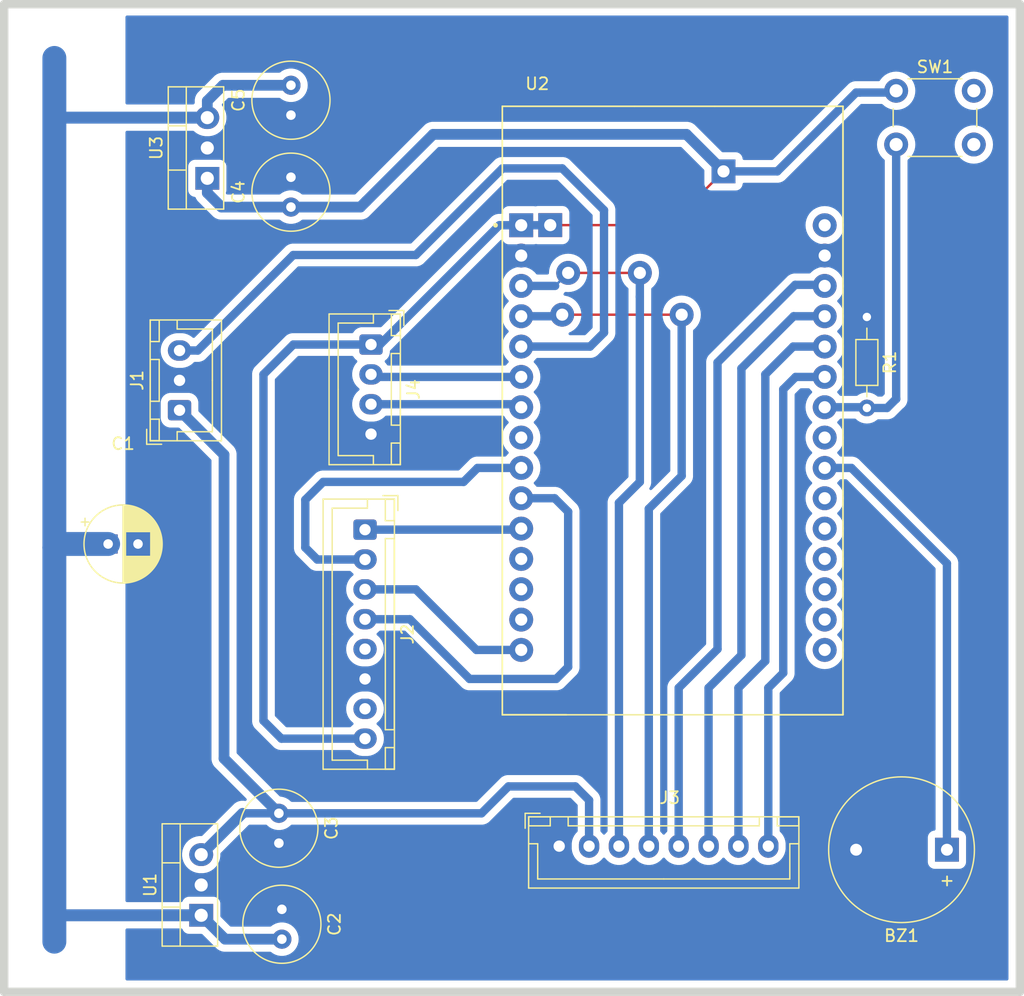
<source format=kicad_pcb>
(kicad_pcb (version 20240108) (generator "pcbnew") (generator_version "8.0")
  (layers (0 "F.Cu" signal) (31 "B.Cu" signal) (34 "B.Paste" user) (35 "F.Paste" user) (36 "B.SilkS" user "B.Silkscreen") (37 "F.SilkS" user "F.Silkscreen") (38 "B.Mask" user) (39 "F.Mask" user) (44 "Edge.Cuts" user))
  (net 0 "")
  (net 1 "Net-(BZ1-+)")
  (net 3 "Net-(J2-SDA)")
  (net 4 "Net-(J2-MOSI)")
  (net 5 "Net-(J1-IN)")
  (net 6 "Net-(J2-SCK)")
  (net 9 "Net-(J2-MISO)")
  (net 12 "Net-(J3-D4)")
  (net 15 "Net-(J3-D5)")
  (net 17 "Net-(J3-D6)")
  (net 18 "Net-(J3-E)")
  (net 19 "Net-(J3-RS)")
  (net 23 "Net-(J3-D7)")
  (net 24 "Net-(U2-D26)")
  (net 27 "+12V")
  (net 28 "+5V")
  (net 29 "GND")
  (net 30 "Net-(J4-TX)")
  (net 31 "Net-(J4-RX)")
  (net 32 "+3.3V")
  (footprint "Capacitor_THT:C_Radial_D6.3mm_H7.0mm_P2.50mm" (layer "F.Cu") (at 92.79 100.25 -90)
    (property "Reference" "C3" (at 1.25 -4.4 90) (layer "F.SilkS"))
    (property "Value" "C")
    (fp_circle (center 1.25 0) (end 4.52 0) (stroke (width 0.12)) (fill none) (layer "F.SilkS"))
    (pad "1" thru_hole circle (at 0 0 270) (size 1.6 1.6) (drill 0.8) (layers "*.Cu" "*.Mask") (net 28 "+5V"))
    (pad "2" thru_hole circle (at 2.5 0 270) (size 1.6 1.6) (drill 0.8) (layers "*.Cu" "*.Mask") (net 29 "GND"))
  )
  (footprint "" (layer "F.Cu") (at 130 46.5)
    (property "Reference" "" (at 0 0 0) (layer "F.SilkS") (effects (font (size 1.27 1.27))))
    (property "Value" "")
    (pad "1" thru_hole rect (at 0 0) (size 2 2) (drill 1.02) (layers "*.Cu" "*.Mask") (net 32 "+3.3V"))
  )
  (footprint "Package_TO_SOT_THT:TO-220-3_Vertical" (layer "F.Cu") (at 86.8 47.08 90)
    (property "Reference" "U3" (at 2.54 -4.27 -90) (layer "F.SilkS"))
    (property "Value" "LD1117S33TR_SOT223")
    (fp_line (start 7.66 -3.27) (end 7.66 1.371) (stroke (width 0.12)) (layer "F.SilkS"))
    (fp_line (start 4.391 -3.27) (end 4.391 -1.76) (stroke (width 0.12)) (layer "F.SilkS"))
    (fp_line (start 0.69 -3.27) (end 0.69 -1.76) (stroke (width 0.12)) (layer "F.SilkS"))
    (fp_line (start -2.58 -3.27) (end 7.66 -3.27) (stroke (width 0.12)) (layer "F.SilkS"))
    (fp_line (start -2.58 -3.27) (end -2.58 1.371) (stroke (width 0.12)) (layer "F.SilkS"))
    (fp_line (start -2.58 -1.76) (end 7.66 -1.76) (stroke (width 0.12)) (layer "F.SilkS"))
    (fp_line (start -2.58 1.371) (end 7.66 1.371) (stroke (width 0.12)) (layer "F.SilkS"))
    (pad "1" thru_hole rect (at 0 0 90) (size 1.905 2) (drill 1.1) (layers "*.Cu" "*.Mask") (net 32 "+3.3V"))
    (pad "2" thru_hole oval (at 2.54 0 90) (size 1.905 2) (drill 1.1) (layers "*.Cu" "*.Mask") (net 29 "GND"))
    (pad "3" thru_hole oval (at 5.08 0 90) (size 1.905 2) (drill 1.1) (layers "*.Cu" "*.Mask") (net 27 "+12V"))
  )
  (footprint "Capacitor_THT:CP_Radial_D6.3mm_P2.50mm" (layer "F.Cu") (at 78.5 77.7)
    (property "Reference" "C1" (at 1.25 -8.4 360) (layer "F.SilkS"))
    (property "Value" "100uF")
    (fp_line (start -2.250241 -1.839) (end -1.620241 -1.839) (stroke (width 0.12)) (layer "F.SilkS"))
    (fp_line (start -1.935241 -2.154) (end -1.935241 -1.524) (stroke (width 0.12)) (layer "F.SilkS"))
    (fp_line (start 1.25 -3.23) (end 1.25 3.23) (stroke (width 0.12)) (layer "F.SilkS"))
    (fp_line (start 1.29 -3.23) (end 1.29 3.23) (stroke (width 0.12)) (layer "F.SilkS"))
    (fp_line (start 1.33 -3.23) (end 1.33 3.23) (stroke (width 0.12)) (layer "F.SilkS"))
    (fp_line (start 1.37 -3.228) (end 1.37 3.228) (stroke (width 0.12)) (layer "F.SilkS"))
    (fp_line (start 1.41 -3.227) (end 1.41 3.227) (stroke (width 0.12)) (layer "F.SilkS"))
    (fp_line (start 1.45 -3.224) (end 1.45 3.224) (stroke (width 0.12)) (layer "F.SilkS"))
    (fp_line (start 1.49 -3.222) (end 1.49 -1.04) (stroke (width 0.12)) (layer "F.SilkS"))
    (fp_line (start 1.49 1.04) (end 1.49 3.222) (stroke (width 0.12)) (layer "F.SilkS"))
    (fp_line (start 1.53 -3.218) (end 1.53 -1.04) (stroke (width 0.12)) (layer "F.SilkS"))
    (fp_line (start 1.53 1.04) (end 1.53 3.218) (stroke (width 0.12)) (layer "F.SilkS"))
    (fp_line (start 1.57 -3.215) (end 1.57 -1.04) (stroke (width 0.12)) (layer "F.SilkS"))
    (fp_line (start 1.57 1.04) (end 1.57 3.215) (stroke (width 0.12)) (layer "F.SilkS"))
    (fp_line (start 1.61 -3.211) (end 1.61 -1.04) (stroke (width 0.12)) (layer "F.SilkS"))
    (fp_line (start 1.61 1.04) (end 1.61 3.211) (stroke (width 0.12)) (layer "F.SilkS"))
    (fp_line (start 1.65 -3.206) (end 1.65 -1.04) (stroke (width 0.12)) (layer "F.SilkS"))
    (fp_line (start 1.65 1.04) (end 1.65 3.206) (stroke (width 0.12)) (layer "F.SilkS"))
    (fp_line (start 1.69 -3.201) (end 1.69 -1.04) (stroke (width 0.12)) (layer "F.SilkS"))
    (fp_line (start 1.69 1.04) (end 1.69 3.201) (stroke (width 0.12)) (layer "F.SilkS"))
    (fp_line (start 1.73 -3.195) (end 1.73 -1.04) (stroke (width 0.12)) (layer "F.SilkS"))
    (fp_line (start 1.73 1.04) (end 1.73 3.195) (stroke (width 0.12)) (layer "F.SilkS"))
    (fp_line (start 1.77 -3.189) (end 1.77 -1.04) (stroke (width 0.12)) (layer "F.SilkS"))
    (fp_line (start 1.77 1.04) (end 1.77 3.189) (stroke (width 0.12)) (layer "F.SilkS"))
    (fp_line (start 1.81 -3.182) (end 1.81 -1.04) (stroke (width 0.12)) (layer "F.SilkS"))
    (fp_line (start 1.81 1.04) (end 1.81 3.182) (stroke (width 0.12)) (layer "F.SilkS"))
    (fp_line (start 1.85 -3.175) (end 1.85 -1.04) (stroke (width 0.12)) (layer "F.SilkS"))
    (fp_line (start 1.85 1.04) (end 1.85 3.175) (stroke (width 0.12)) (layer "F.SilkS"))
    (fp_line (start 1.89 -3.167) (end 1.89 -1.04) (stroke (width 0.12)) (layer "F.SilkS"))
    (fp_line (start 1.89 1.04) (end 1.89 3.167) (stroke (width 0.12)) (layer "F.SilkS"))
    (fp_line (start 1.93 -3.159) (end 1.93 -1.04) (stroke (width 0.12)) (layer "F.SilkS"))
    (fp_line (start 1.93 1.04) (end 1.93 3.159) (stroke (width 0.12)) (layer "F.SilkS"))
    (fp_line (start 1.971 -3.15) (end 1.971 -1.04) (stroke (width 0.12)) (layer "F.SilkS"))
    (fp_line (start 1.971 1.04) (end 1.971 3.15) (stroke (width 0.12)) (layer "F.SilkS"))
    (fp_line (start 2.011 -3.141) (end 2.011 -1.04) (stroke (width 0.12)) (layer "F.SilkS"))
    (fp_line (start 2.011 1.04) (end 2.011 3.141) (stroke (width 0.12)) (layer "F.SilkS"))
    (fp_line (start 2.051 -3.131) (end 2.051 -1.04) (stroke (width 0.12)) (layer "F.SilkS"))
    (fp_line (start 2.051 1.04) (end 2.051 3.131) (stroke (width 0.12)) (layer "F.SilkS"))
    (fp_line (start 2.091 -3.121) (end 2.091 -1.04) (stroke (width 0.12)) (layer "F.SilkS"))
    (fp_line (start 2.091 1.04) (end 2.091 3.121) (stroke (width 0.12)) (layer "F.SilkS"))
    (fp_line (start 2.131 -3.11) (end 2.131 -1.04) (stroke (width 0.12)) (layer "F.SilkS"))
    (fp_line (start 2.131 1.04) (end 2.131 3.11) (stroke (width 0.12)) (layer "F.SilkS"))
    (fp_line (start 2.171 -3.098) (end 2.171 -1.04) (stroke (width 0.12)) (layer "F.SilkS"))
    (fp_line (start 2.171 1.04) (end 2.171 3.098) (stroke (width 0.12)) (layer "F.SilkS"))
    (fp_line (start 2.211 -3.086) (end 2.211 -1.04) (stroke (width 0.12)) (layer "F.SilkS"))
    (fp_line (start 2.211 1.04) (end 2.211 3.086) (stroke (width 0.12)) (layer "F.SilkS"))
    (fp_line (start 2.251 -3.074) (end 2.251 -1.04) (stroke (width 0.12)) (layer "F.SilkS"))
    (fp_line (start 2.251 1.04) (end 2.251 3.074) (stroke (width 0.12)) (layer "F.SilkS"))
    (fp_line (start 2.291 -3.061) (end 2.291 -1.04) (stroke (width 0.12)) (layer "F.SilkS"))
    (fp_line (start 2.291 1.04) (end 2.291 3.061) (stroke (width 0.12)) (layer "F.SilkS"))
    (fp_line (start 2.331 -3.047) (end 2.331 -1.04) (stroke (width 0.12)) (layer "F.SilkS"))
    (fp_line (start 2.331 1.04) (end 2.331 3.047) (stroke (width 0.12)) (layer "F.SilkS"))
    (fp_line (start 2.371 -3.033) (end 2.371 -1.04) (stroke (width 0.12)) (layer "F.SilkS"))
    (fp_line (start 2.371 1.04) (end 2.371 3.033) (stroke (width 0.12)) (layer "F.SilkS"))
    (fp_line (start 2.411 -3.018) (end 2.411 -1.04) (stroke (width 0.12)) (layer "F.SilkS"))
    (fp_line (start 2.411 1.04) (end 2.411 3.018) (stroke (width 0.12)) (layer "F.SilkS"))
    (fp_line (start 2.451 -3.002) (end 2.451 -1.04) (stroke (width 0.12)) (layer "F.SilkS"))
    (fp_line (start 2.451 1.04) (end 2.451 3.002) (stroke (width 0.12)) (layer "F.SilkS"))
    (fp_line (start 2.491 -2.986) (end 2.491 -1.04) (stroke (width 0.12)) (layer "F.SilkS"))
    (fp_line (start 2.491 1.04) (end 2.491 2.986) (stroke (width 0.12)) (layer "F.SilkS"))
    (fp_line (start 2.531 -2.97) (end 2.531 -1.04) (stroke (width 0.12)) (layer "F.SilkS"))
    (fp_line (start 2.531 1.04) (end 2.531 2.97) (stroke (width 0.12)) (layer "F.SilkS"))
    (fp_line (start 2.571 -2.952) (end 2.571 -1.04) (stroke (width 0.12)) (layer "F.SilkS"))
    (fp_line (start 2.571 1.04) (end 2.571 2.952) (stroke (width 0.12)) (layer "F.SilkS"))
    (fp_line (start 2.611 -2.934) (end 2.611 -1.04) (stroke (width 0.12)) (layer "F.SilkS"))
    (fp_line (start 2.611 1.04) (end 2.611 2.934) (stroke (width 0.12)) (layer "F.SilkS"))
    (fp_line (start 2.651 -2.916) (end 2.651 -1.04) (stroke (width 0.12)) (layer "F.SilkS"))
    (fp_line (start 2.651 1.04) (end 2.651 2.916) (stroke (width 0.12)) (layer "F.SilkS"))
    (fp_line (start 2.691 -2.896) (end 2.691 -1.04) (stroke (width 0.12)) (layer "F.SilkS"))
    (fp_line (start 2.691 1.04) (end 2.691 2.896) (stroke (width 0.12)) (layer "F.SilkS"))
    (fp_line (start 2.731 -2.876) (end 2.731 -1.04) (stroke (width 0.12)) (layer "F.SilkS"))
    (fp_line (start 2.731 1.04) (end 2.731 2.876) (stroke (width 0.12)) (layer "F.SilkS"))
    (fp_line (start 2.771 -2.856) (end 2.771 -1.04) (stroke (width 0.12)) (layer "F.SilkS"))
    (fp_line (start 2.771 1.04) (end 2.771 2.856) (stroke (width 0.12)) (layer "F.SilkS"))
    (fp_line (start 2.811 -2.834) (end 2.811 -1.04) (stroke (width 0.12)) (layer "F.SilkS"))
    (fp_line (start 2.811 1.04) (end 2.811 2.834) (stroke (width 0.12)) (layer "F.SilkS"))
    (fp_line (start 2.851 -2.812) (end 2.851 -1.04) (stroke (width 0.12)) (layer "F.SilkS"))
    (fp_line (start 2.851 1.04) (end 2.851 2.812) (stroke (width 0.12)) (layer "F.SilkS"))
    (fp_line (start 2.891 -2.79) (end 2.891 -1.04) (stroke (width 0.12)) (layer "F.SilkS"))
    (fp_line (start 2.891 1.04) (end 2.891 2.79) (stroke (width 0.12)) (layer "F.SilkS"))
    (fp_line (start 2.931 -2.766) (end 2.931 -1.04) (stroke (width 0.12)) (layer "F.SilkS"))
    (fp_line (start 2.931 1.04) (end 2.931 2.766) (stroke (width 0.12)) (layer "F.SilkS"))
    (fp_line (start 2.971 -2.742) (end 2.971 -1.04) (stroke (width 0.12)) (layer "F.SilkS"))
    (fp_line (start 2.971 1.04) (end 2.971 2.742) (stroke (width 0.12)) (layer "F.SilkS"))
    (fp_line (start 3.011 -2.716) (end 3.011 -1.04) (stroke (width 0.12)) (layer "F.SilkS"))
    (fp_line (start 3.011 1.04) (end 3.011 2.716) (stroke (width 0.12)) (layer "F.SilkS"))
    (fp_line (start 3.051 -2.69) (end 3.051 -1.04) (stroke (width 0.12)) (layer "F.SilkS"))
    (fp_line (start 3.051 1.04) (end 3.051 2.69) (stroke (width 0.12)) (layer "F.SilkS"))
    (fp_line (start 3.091 -2.664) (end 3.091 -1.04) (stroke (width 0.12)) (layer "F.SilkS"))
    (fp_line (start 3.091 1.04) (end 3.091 2.664) (stroke (width 0.12)) (layer "F.SilkS"))
    (fp_line (start 3.131 -2.636) (end 3.131 -1.04) (stroke (width 0.12)) (layer "F.SilkS"))
    (fp_line (start 3.131 1.04) (end 3.131 2.636) (stroke (width 0.12)) (layer "F.SilkS"))
    (fp_line (start 3.171 -2.607) (end 3.171 -1.04) (stroke (width 0.12)) (layer "F.SilkS"))
    (fp_line (start 3.171 1.04) (end 3.171 2.607) (stroke (width 0.12)) (layer "F.SilkS"))
    (fp_line (start 3.211 -2.578) (end 3.211 -1.04) (stroke (width 0.12)) (layer "F.SilkS"))
    (fp_line (start 3.211 1.04) (end 3.211 2.578) (stroke (width 0.12)) (layer "F.SilkS"))
    (fp_line (start 3.251 -2.548) (end 3.251 -1.04) (stroke (width 0.12)) (layer "F.SilkS"))
    (fp_line (start 3.251 1.04) (end 3.251 2.548) (stroke (width 0.12)) (layer "F.SilkS"))
    (fp_line (start 3.291 -2.516) (end 3.291 -1.04) (stroke (width 0.12)) (layer "F.SilkS"))
    (fp_line (start 3.291 1.04) (end 3.291 2.516) (stroke (width 0.12)) (layer "F.SilkS"))
    (fp_line (start 3.331 -2.484) (end 3.331 -1.04) (stroke (width 0.12)) (layer "F.SilkS"))
    (fp_line (start 3.331 1.04) (end 3.331 2.484) (stroke (width 0.12)) (layer "F.SilkS"))
    (fp_line (start 3.371 -2.45) (end 3.371 -1.04) (stroke (width 0.12)) (layer "F.SilkS"))
    (fp_line (start 3.371 1.04) (end 3.371 2.45) (stroke (width 0.12)) (layer "F.SilkS"))
    (fp_line (start 3.411 -2.416) (end 3.411 -1.04) (stroke (width 0.12)) (layer "F.SilkS"))
    (fp_line (start 3.411 1.04) (end 3.411 2.416) (stroke (width 0.12)) (layer "F.SilkS"))
    (fp_line (start 3.451 -2.38) (end 3.451 -1.04) (stroke (width 0.12)) (layer "F.SilkS"))
    (fp_line (start 3.451 1.04) (end 3.451 2.38) (stroke (width 0.12)) (layer "F.SilkS"))
    (fp_line (start 3.491 -2.343) (end 3.491 -1.04) (stroke (width 0.12)) (layer "F.SilkS"))
    (fp_line (start 3.491 1.04) (end 3.491 2.343) (stroke (width 0.12)) (layer "F.SilkS"))
    (fp_line (start 3.531 -2.305) (end 3.531 -1.04) (stroke (width 0.12)) (layer "F.SilkS"))
    (fp_line (start 3.531 1.04) (end 3.531 2.305) (stroke (width 0.12)) (layer "F.SilkS"))
    (fp_line (start 3.571 -2.265) (end 3.571 2.265) (stroke (width 0.12)) (layer "F.SilkS"))
    (fp_line (start 3.611 -2.224) (end 3.611 2.224) (stroke (width 0.12)) (layer "F.SilkS"))
    (fp_line (start 3.651 -2.182) (end 3.651 2.182) (stroke (width 0.12)) (layer "F.SilkS"))
    (fp_line (start 3.691 -2.137) (end 3.691 2.137) (stroke (width 0.12)) (layer "F.SilkS"))
    (fp_line (start 3.731 -2.092) (end 3.731 2.092) (stroke (width 0.12)) (layer "F.SilkS"))
    (fp_line (start 3.771 -2.044) (end 3.771 2.044) (stroke (width 0.12)) (layer "F.SilkS"))
    (fp_line (start 3.811 -1.995) (end 3.811 1.995) (stroke (width 0.12)) (layer "F.SilkS"))
    (fp_line (start 3.851 -1.944) (end 3.851 1.944) (stroke (width 0.12)) (layer "F.SilkS"))
    (fp_line (start 3.891 -1.89) (end 3.891 1.89) (stroke (width 0.12)) (layer "F.SilkS"))
    (fp_line (start 3.931 -1.834) (end 3.931 1.834) (stroke (width 0.12)) (layer "F.SilkS"))
    (fp_line (start 3.971 -1.776) (end 3.971 1.776) (stroke (width 0.12)) (layer "F.SilkS"))
    (fp_line (start 4.011 -1.714) (end 4.011 1.714) (stroke (width 0.12)) (layer "F.SilkS"))
    (fp_line (start 4.051 -1.65) (end 4.051 1.65) (stroke (width 0.12)) (layer "F.SilkS"))
    (fp_line (start 4.091 -1.581) (end 4.091 1.581) (stroke (width 0.12)) (layer "F.SilkS"))
    (fp_line (start 4.131 -1.509) (end 4.131 1.509) (stroke (width 0.12)) (layer "F.SilkS"))
    (fp_line (start 4.171 -1.432) (end 4.171 1.432) (stroke (width 0.12)) (layer "F.SilkS"))
    (fp_line (start 4.211 -1.35) (end 4.211 1.35) (stroke (width 0.12)) (layer "F.SilkS"))
    (fp_line (start 4.251 -1.262) (end 4.251 1.262) (stroke (width 0.12)) (layer "F.SilkS"))
    (fp_line (start 4.291 -1.165) (end 4.291 1.165) (stroke (width 0.12)) (layer "F.SilkS"))
    (fp_line (start 4.331 -1.059) (end 4.331 1.059) (stroke (width 0.12)) (layer "F.SilkS"))
    (fp_line (start 4.371 -0.94) (end 4.371 0.94) (stroke (width 0.12)) (layer "F.SilkS"))
    (fp_line (start 4.411 -0.802) (end 4.411 0.802) (stroke (width 0.12)) (layer "F.SilkS"))
    (fp_line (start 4.451 -0.633) (end 4.451 0.633) (stroke (width 0.12)) (layer "F.SilkS"))
    (fp_line (start 4.491 -0.402) (end 4.491 0.402) (stroke (width 0.12)) (layer "F.SilkS"))
    (fp_circle (center 1.25 0) (end 4.52 0) (stroke (width 0.12)) (fill none) (layer "F.SilkS"))
    (pad "1" thru_hole rect (at 0 0) (size 1.6 1.6) (drill 0.8) (layers "*.Cu" "*.Mask") (net 27 "+12V"))
    (pad "2" thru_hole circle (at 2.5 0) (size 1.6 1.6) (drill 0.8) (layers "*.Cu" "*.Mask") (net 29 "GND"))
  )
  (footprint "" (layer "F.Cu") (at 126.5 58.5)
    (property "Reference" "" (at 0 0 0) (layer "F.SilkS") (effects (font (size 1.27 1.27))))
    (property "Value" "")
    (pad "4" thru_hole circle (at 0 0) (size 2 2) (drill 1.02) (layers "*.Cu" "*.Mask") (net 18 "Net-(J3-E)"))
  )
  (footprint "Buzzer_Beeper:Buzzer_12x9.5RM7.6" (layer "F.Cu") (at 148.7 103.3 180)
    (property "Reference" "BZ1" (at 3.8 -7.2 180) (layer "F.SilkS"))
    (property "Value" "Buzzer" (hide yes))
    (fp_circle (center 3.8 0) (end 9.9 0) (stroke (width 0.12)) (fill none) (layer "F.SilkS"))
    (fp_text user "+" (at -0.01 -2.54 180) (layer "F.SilkS"))
    (pad "1" thru_hole rect (at 0 0 180) (size 2 2) (drill 1) (layers "*.Cu" "*.Mask") (net 1 "Net-(BZ1-+)"))
    (pad "2" thru_hole circle (at 7.6 0 180) (size 2 2) (drill 1) (layers "*.Cu" "*.Mask") (net 29 "GND"))
  )
  (footprint "Capacitor_THT:C_Radial_D6.3mm_H7.0mm_P2.50mm" (layer "F.Cu") (at 93.04 108.29 -90)
    (property "Reference" "C2" (at 1.25 -4.4 90) (layer "F.SilkS"))
    (property "Value" "C")
    (fp_circle (center 1.25 0) (end 4.52 0) (stroke (width 0.12)) (fill none) (layer "F.SilkS"))
    (pad "1" thru_hole circle (at 0 0 270) (size 1.6 1.6) (drill 0.8) (layers "*.Cu" "*.Mask") (net 29 "GND"))
    (pad "2" thru_hole circle (at 2.5 0 270) (size 1.6 1.6) (drill 0.8) (layers "*.Cu" "*.Mask") (net 27 "+12V"))
  )
  (footprint "Capacitor_THT:C_Radial_D6.3mm_H7.0mm_P2.50mm" (layer "F.Cu") (at 93.8 49.49 90)
    (property "Reference" "C4" (at 1.25 -4.4 270) (layer "F.SilkS"))
    (property "Value" "C")
    (fp_circle (center 1.25 0) (end 4.52 0) (stroke (width 0.12)) (fill none) (layer "F.SilkS"))
    (pad "1" thru_hole circle (at 0 0 90) (size 1.6 1.6) (drill 0.8) (layers "*.Cu" "*.Mask") (net 32 "+3.3V"))
    (pad "2" thru_hole circle (at 2.5 0 90) (size 1.6 1.6) (drill 0.8) (layers "*.Cu" "*.Mask") (net 29 "GND"))
  )
  (footprint "Capacitor_THT:C_Radial_D6.3mm_H7.0mm_P2.50mm" (layer "F.Cu") (at 93.8 41.79 90)
    (property "Reference" "C5" (at 1.25 -4.4 270) (layer "F.SilkS"))
    (property "Value" "C")
    (fp_circle (center 1.25 0) (end 4.52 0) (stroke (width 0.12)) (fill none) (layer "F.SilkS"))
    (pad "1" thru_hole circle (at 0 0 90) (size 1.6 1.6) (drill 0.8) (layers "*.Cu" "*.Mask") (net 29 "GND"))
    (pad "2" thru_hole circle (at 2.5 0 90) (size 1.6 1.6) (drill 0.8) (layers "*.Cu" "*.Mask") (net 27 "+12V"))
  )
  (footprint "" (layer "F.Cu") (at 116.5 58.5)
    (property "Reference" "" (at 0 0 0) (layer "F.SilkS") (effects (font (size 1.27 1.27))))
    (property "Value" "")
    (pad "4" thru_hole circle (at 0 0) (size 2 2) (drill 1.02) (layers "*.Cu" "*.Mask") (net 18 "Net-(J3-E)"))
  )
  (footprint "ESP32-DEVKIT-V1:MODULE_ESP32_DEVKIT_V1" (layer "F.Cu") (at 125.77 66.525)
    (property "Reference" "U2" (at -11.355 -27.36 0) (layer "F.SilkS"))
    (property "Value" "ESP32-DEVKIT-V1")
    (fp_line (start -14.28 -25.475) (end -3.211 -25.475) (stroke (width 0.127)) (layer "F.SilkS"))
    (fp_line (start -14.28 -25.475) (end 14.23 -25.475) (stroke (width 0.127)) (layer "F.SilkS"))
    (fp_line (start -14.28 25.475) (end -14.28 -25.475) (stroke (width 0.127)) (layer "F.SilkS"))
    (fp_line (start -14.28 25.475) (end -14.28 -25.475) (stroke (width 0.127)) (layer "F.SilkS"))
    (fp_line (start -14.28 25.475) (end -8.91 25.475) (stroke (width 0.127)) (layer "F.SilkS"))
    (fp_line (start -3.211 -25.475) (end 3.5 -25.475) (stroke (width 0.127)) (layer "F.SilkS"))
    (fp_line (start 3.5 -25.475) (end 14.23 -25.475) (stroke (width 0.127)) (layer "F.SilkS"))
    (fp_line (start 8.78 25.475) (end 14.23 25.475) (stroke (width 0.127)) (layer "F.SilkS"))
    (fp_line (start 14.23 -25.475) (end 14.23 25.475) (stroke (width 0.127)) (layer "F.SilkS"))
    (fp_line (start 14.23 -25.475) (end 14.23 25.475) (stroke (width 0.127)) (layer "F.SilkS"))
    (fp_line (start 14.23 25.475) (end -14.28 25.475) (stroke (width 0.127)) (layer "F.SilkS"))
    (fp_circle (center -14.85 -15.515) (end -14.75 -15.515) (stroke (width 0.2)) (fill none) (layer "F.SilkS"))
    (pad "1" thru_hole rect (at -12.7 -15.515) (size 2 2) (drill 1.02) (layers "*.Cu" "*.Mask") (net 32 "+3.3V"))
    (pad "2" thru_hole circle (at -12.7 -12.975) (size 2 2) (drill 1.02) (layers "*.Cu" "*.Mask") (net 29 "GND"))
    (pad "3" thru_hole circle (at -12.7 -10.435) (size 2 2) (drill 1.02) (layers "*.Cu" "*.Mask") (net 19 "Net-(J3-RS)"))
    (pad "4" thru_hole circle (at -12.7 -7.895) (size 2 2) (drill 1.02) (layers "*.Cu" "*.Mask") (net 18 "Net-(J3-E)"))
    (pad "5" thru_hole circle (at -12.7 -5.355) (size 2 2) (drill 1.02) (layers "*.Cu" "*.Mask") (net 5 "Net-(J1-IN)"))
    (pad "6" thru_hole circle (at -12.7 -2.815) (size 2 2) (drill 1.02) (layers "*.Cu" "*.Mask") (net 30 "Net-(J4-TX)"))
    (pad "7" thru_hole circle (at -12.7 -0.275) (size 2 2) (drill 1.02) (layers "*.Cu" "*.Mask") (net 31 "Net-(J4-RX)"))
    (pad "8" thru_hole circle (at -12.7 2.265) (size 2 2) (drill 1.02) (layers "*.Cu" "*.Mask"))
    (pad "9" thru_hole circle (at -12.7 4.805) (size 2 2) (drill 1.02) (layers "*.Cu" "*.Mask") (net 6 "Net-(J2-SCK)"))
    (pad "10" thru_hole circle (at -12.7 7.345) (size 2 2) (drill 1.02) (layers "*.Cu" "*.Mask") (net 9 "Net-(J2-MISO)"))
    (pad "11" thru_hole circle (at -12.7 9.885) (size 2 2) (drill 1.02) (layers "*.Cu" "*.Mask") (net 3 "Net-(J2-SDA)"))
    (pad "12" thru_hole circle (at -12.7 12.425) (size 2 2) (drill 1.02) (layers "*.Cu" "*.Mask"))
    (pad "13" thru_hole circle (at -12.7 14.965) (size 2 2) (drill 1.02) (layers "*.Cu" "*.Mask"))
    (pad "14" thru_hole circle (at -12.7 17.505) (size 2 2) (drill 1.02) (layers "*.Cu" "*.Mask"))
    (pad "15" thru_hole circle (at -12.7 20.045) (size 2 2) (drill 1.02) (layers "*.Cu" "*.Mask") (net 4 "Net-(J2-MOSI)"))
    (pad "16" thru_hole circle (at 12.7 20.045) (size 2 2) (drill 1.02) (layers "*.Cu" "*.Mask"))
    (pad "17" thru_hole circle (at 12.7 17.505) (size 2 2) (drill 1.02) (layers "*.Cu" "*.Mask"))
    (pad "18" thru_hole circle (at 12.7 14.965) (size 2 2) (drill 1.02) (layers "*.Cu" "*.Mask"))
    (pad "19" thru_hole circle (at 12.7 12.425) (size 2 2) (drill 1.02) (layers "*.Cu" "*.Mask"))
    (pad "20" thru_hole circle (at 12.7 9.885) (size 2 2) (drill 1.02) (layers "*.Cu" "*.Mask"))
    (pad "21" thru_hole circle (at 12.7 7.345) (size 2 2) (drill 1.02) (layers "*.Cu" "*.Mask"))
    (pad "22" thru_hole circle (at 12.7 4.805) (size 2 2) (drill 1.02) (layers "*.Cu" "*.Mask") (net 1 "Net-(BZ1-+)"))
    (pad "23" thru_hole circle (at 12.7 2.265) (size 2 2) (drill 1.02) (layers "*.Cu" "*.Mask"))
    (pad "24" thru_hole circle (at 12.7 -0.275) (size 2 2) (drill 1.02) (layers "*.Cu" "*.Mask") (net 24 "Net-(U2-D26)"))
    (pad "25" thru_hole circle (at 12.7 -2.815) (size 2 2) (drill 1.02) (layers "*.Cu" "*.Mask") (net 23 "Net-(J3-D7)"))
    (pad "26" thru_hole circle (at 12.7 -5.355) (size 2 2) (drill 1.02) (layers "*.Cu" "*.Mask") (net 17 "Net-(J3-D6)"))
    (pad "27" thru_hole circle (at 12.7 -7.895) (size 2 2) (drill 1.02) (layers "*.Cu" "*.Mask") (net 15 "Net-(J3-D5)"))
    (pad "28" thru_hole circle (at 12.7 -10.435) (size 2 2) (drill 1.02) (layers "*.Cu" "*.Mask") (net 12 "Net-(J3-D4)"))
    (pad "29" thru_hole circle (at 12.7 -12.975) (size 2 2) (drill 1.02) (layers "*.Cu" "*.Mask") (net 29 "GND"))
    (pad "30" thru_hole circle (at 12.7 -15.515) (size 2 2) (drill 1.02) (layers "*.Cu" "*.Mask") (net 28 "+5V"))
  )
  (footprint "Connector_JST:JST_XH_B4B-XH-A_1x04_P2.50mm_Vertical" (layer "F.Cu") (at 100.5 61 -90)
    (property "Reference" "J4" (at 3.75 -3.55 90) (layer "F.SilkS"))
    (property "Value" "DY50")
    (fp_line (start -2.56 3.51) (end 10.06 3.51) (stroke (width 0.12)) (layer "F.SilkS"))
    (fp_line (start 10.06 3.51) (end 10.06 -2.46) (stroke (width 0.12)) (layer "F.SilkS"))
    (fp_line (start -1.8 2.75) (end 3.75 2.75) (stroke (width 0.12)) (layer "F.SilkS"))
    (fp_line (start 9.3 2.75) (end 3.75 2.75) (stroke (width 0.12)) (layer "F.SilkS"))
    (fp_line (start -2.55 -0.2) (end -1.8 -0.2) (stroke (width 0.12)) (layer "F.SilkS"))
    (fp_line (start -1.8 -0.2) (end -1.8 2.75) (stroke (width 0.12)) (layer "F.SilkS"))
    (fp_line (start 9.3 -0.2) (end 9.3 2.75) (stroke (width 0.12)) (layer "F.SilkS"))
    (fp_line (start 10.05 -0.2) (end 9.3 -0.2) (stroke (width 0.12)) (layer "F.SilkS"))
    (fp_line (start -2.55 -1.7) (end -0.75 -1.7) (stroke (width 0.12)) (layer "F.SilkS"))
    (fp_line (start -0.75 -1.7) (end -0.75 -2.45) (stroke (width 0.12)) (layer "F.SilkS"))
    (fp_line (start 0.75 -1.7) (end 6.75 -1.7) (stroke (width 0.12)) (layer "F.SilkS"))
    (fp_line (start 6.75 -1.7) (end 6.75 -2.45) (stroke (width 0.12)) (layer "F.SilkS"))
    (fp_line (start 8.25 -1.7) (end 10.05 -1.7) (stroke (width 0.12)) (layer "F.SilkS"))
    (fp_line (start 10.05 -1.7) (end 10.05 -2.45) (stroke (width 0.12)) (layer "F.SilkS"))
    (fp_line (start -2.55 -2.45) (end -2.55 -1.7) (stroke (width 0.12)) (layer "F.SilkS"))
    (fp_line (start -0.75 -2.45) (end -2.55 -2.45) (stroke (width 0.12)) (layer "F.SilkS"))
    (fp_line (start 0.75 -2.45) (end 0.75 -1.7) (stroke (width 0.12)) (layer "F.SilkS"))
    (fp_line (start 6.75 -2.45) (end 0.75 -2.45) (stroke (width 0.12)) (layer "F.SilkS"))
    (fp_line (start 8.25 -2.45) (end 8.25 -1.7) (stroke (width 0.12)) (layer "F.SilkS"))
    (fp_line (start 10.05 -2.45) (end 8.25 -2.45) (stroke (width 0.12)) (layer "F.SilkS"))
    (fp_line (start -2.56 -2.46) (end -2.56 3.51) (stroke (width 0.12)) (layer "F.SilkS"))
    (fp_line (start 10.06 -2.46) (end -2.56 -2.46) (stroke (width 0.12)) (layer "F.SilkS"))
    (fp_line (start -2.85 -2.75) (end -2.85 -1.5) (stroke (width 0.12)) (layer "F.SilkS"))
    (fp_line (start -1.6 -2.75) (end -2.85 -2.75) (stroke (width 0.12)) (layer "F.SilkS"))
    (pad "1" thru_hole roundrect (at 0 0 270) (size 1.7 1.95) (drill 0.95) (layers "*.Cu" "*.Mask") (roundrect_rratio 0.147059) (net 32 "+3.3V"))
    (pad "2" thru_hole oval (at 2.5 0 270) (size 1.7 1.95) (drill 0.95) (layers "*.Cu" "*.Mask") (net 30 "Net-(J4-TX)"))
    (pad "3" thru_hole oval (at 5 0 270) (size 1.7 1.95) (drill 0.95) (layers "*.Cu" "*.Mask") (net 31 "Net-(J4-RX)"))
    (pad "4" thru_hole oval (at 7.5 0 270) (size 1.7 1.95) (drill 0.95) (layers "*.Cu" "*.Mask") (net 29 "GND"))
  )
  (footprint "" (layer "F.Cu") (at 123 55)
    (property "Reference" "" (at 0 0 0) (layer "F.SilkS") (effects (font (size 1.27 1.27))))
    (property "Value" "")
    (pad "3" thru_hole circle (at 0 0) (size 2 2) (drill 1.02) (layers "*.Cu" "*.Mask") (net 19 "Net-(J3-RS)"))
  )
  (footprint "Resistor_THT:R_Axial_DIN0204_L3.6mm_D1.6mm_P7.62mm_Horizontal" (layer "F.Cu") (at 142 58.69 -90)
    (property "Reference" "R1" (at 3.81 -1.92 90) (layer "F.SilkS"))
    (property "Value" "R5.1K")
    (fp_line (start 1.89 0.92) (end 5.73 0.92) (stroke (width 0.12)) (layer "F.SilkS"))
    (fp_line (start 5.73 0.92) (end 5.73 -0.92) (stroke (width 0.12)) (layer "F.SilkS"))
    (fp_line (start 0.94 0) (end 1.89 0) (stroke (width 0.12)) (layer "F.SilkS"))
    (fp_line (start 6.68 0) (end 5.73 0) (stroke (width 0.12)) (layer "F.SilkS"))
    (fp_line (start 1.89 -0.92) (end 1.89 0.92) (stroke (width 0.12)) (layer "F.SilkS"))
    (fp_line (start 5.73 -0.92) (end 1.89 -0.92) (stroke (width 0.12)) (layer "F.SilkS"))
    (pad "1" thru_hole circle (at 0 0 270) (size 1.4 1.4) (drill 0.7) (layers "*.Cu" "*.Mask") (net 29 "GND"))
    (pad "2" thru_hole oval (at 7.62 0 270) (size 1.4 1.4) (drill 0.7) (layers "*.Cu" "*.Mask") (net 24 "Net-(U2-D26)"))
  )
  (footprint "" (layer "F.Cu") (at 115.5 51)
    (property "Reference" "" (at 0 0 0) (layer "F.SilkS") (effects (font (size 1.27 1.27))))
    (property "Value" "")
    (pad "1" thru_hole rect (at 0 0) (size 2 2) (drill 1.02) (layers "*.Cu" "*.Mask") (net 32 "+3.3V"))
  )
  (footprint "Connector_JST:JST_XH_B8B-XH-A_1x08_P2.50mm_Vertical" (layer "F.Cu") (at 100 76.5 -90)
    (property "Reference" "J2" (at 8.75 -3.55 90) (layer "F.SilkS"))
    (property "Value" " RFID - RC522")
    (fp_line (start -2.56 3.51) (end 20.06 3.51) (stroke (width 0.12)) (layer "F.SilkS"))
    (fp_line (start 20.06 3.51) (end 20.06 -2.46) (stroke (width 0.12)) (layer "F.SilkS"))
    (fp_line (start -1.8 2.75) (end 8.75 2.75) (stroke (width 0.12)) (layer "F.SilkS"))
    (fp_line (start 19.3 2.75) (end 8.75 2.75) (stroke (width 0.12)) (layer "F.SilkS"))
    (fp_line (start -2.55 -0.2) (end -1.8 -0.2) (stroke (width 0.12)) (layer "F.SilkS"))
    (fp_line (start -1.8 -0.2) (end -1.8 2.75) (stroke (width 0.12)) (layer "F.SilkS"))
    (fp_line (start 19.3 -0.2) (end 19.3 2.75) (stroke (width 0.12)) (layer "F.SilkS"))
    (fp_line (start 20.05 -0.2) (end 19.3 -0.2) (stroke (width 0.12)) (layer "F.SilkS"))
    (fp_line (start -2.55 -1.7) (end -0.75 -1.7) (stroke (width 0.12)) (layer "F.SilkS"))
    (fp_line (start -0.75 -1.7) (end -0.75 -2.45) (stroke (width 0.12)) (layer "F.SilkS"))
    (fp_line (start 0.75 -1.7) (end 16.75 -1.7) (stroke (width 0.12)) (layer "F.SilkS"))
    (fp_line (start 16.75 -1.7) (end 16.75 -2.45) (stroke (width 0.12)) (layer "F.SilkS"))
    (fp_line (start 18.25 -1.7) (end 20.05 -1.7) (stroke (width 0.12)) (layer "F.SilkS"))
    (fp_line (start 20.05 -1.7) (end 20.05 -2.45) (stroke (width 0.12)) (layer "F.SilkS"))
    (fp_line (start -2.55 -2.45) (end -2.55 -1.7) (stroke (width 0.12)) (layer "F.SilkS"))
    (fp_line (start -0.75 -2.45) (end -2.55 -2.45) (stroke (width 0.12)) (layer "F.SilkS"))
    (fp_line (start 0.75 -2.45) (end 0.75 -1.7) (stroke (width 0.12)) (layer "F.SilkS"))
    (fp_line (start 16.75 -2.45) (end 0.75 -2.45) (stroke (width 0.12)) (layer "F.SilkS"))
    (fp_line (start 18.25 -2.45) (end 18.25 -1.7) (stroke (width 0.12)) (layer "F.SilkS"))
    (fp_line (start 20.05 -2.45) (end 18.25 -2.45) (stroke (width 0.12)) (layer "F.SilkS"))
    (fp_line (start -2.56 -2.46) (end -2.56 3.51) (stroke (width 0.12)) (layer "F.SilkS"))
    (fp_line (start 20.06 -2.46) (end -2.56 -2.46) (stroke (width 0.12)) (layer "F.SilkS"))
    (fp_line (start -2.85 -2.75) (end -2.85 -1.5) (stroke (width 0.12)) (layer "F.SilkS"))
    (fp_line (start -1.6 -2.75) (end -2.85 -2.75) (stroke (width 0.12)) (layer "F.SilkS"))
    (pad "1" thru_hole roundrect (at 0 0 270) (size 1.7 1.95) (drill 0.95) (layers "*.Cu" "*.Mask") (roundrect_rratio 0.147059) (net 3 "Net-(J2-SDA)"))
    (pad "2" thru_hole oval (at 2.5 0 270) (size 1.7 1.95) (drill 0.95) (layers "*.Cu" "*.Mask") (net 6 "Net-(J2-SCK)"))
    (pad "3" thru_hole oval (at 5 0 270) (size 1.7 1.95) (drill 0.95) (layers "*.Cu" "*.Mask") (net 4 "Net-(J2-MOSI)"))
    (pad "4" thru_hole oval (at 7.5 0 270) (size 1.7 1.95) (drill 0.95) (layers "*.Cu" "*.Mask") (net 9 "Net-(J2-MISO)"))
    (pad "5" thru_hole oval (at 10 0 270) (size 1.7 1.95) (drill 0.95) (layers "*.Cu" "*.Mask"))
    (pad "6" thru_hole oval (at 12.5 0 270) (size 1.7 1.95) (drill 0.95) (layers "*.Cu" "*.Mask") (net 29 "GND"))
    (pad "7" thru_hole oval (at 15 0 270) (size 1.7 1.95) (drill 0.95) (layers "*.Cu" "*.Mask"))
    (pad "8" thru_hole oval (at 17.5 0 270) (size 1.7 1.95) (drill 0.95) (layers "*.Cu" "*.Mask") (net 32 "+3.3V"))
  )
  (footprint "Connector_JST:JST_XH_B8B-XH-A_1x08_P2.50mm_Vertical" (layer "F.Cu") (at 116.25 103)
    (property "Reference" "J3" (at 9.25 -4.05 0) (layer "F.SilkS"))
    (property "Value" "LCD 16X2")
    (fp_line (start -2.85 -2.75) (end -2.85 -1.5) (stroke (width 0.12)) (layer "F.SilkS"))
    (fp_line (start -2.56 -2.46) (end -2.56 3.51) (stroke (width 0.12)) (layer "F.SilkS"))
    (fp_line (start -2.56 3.51) (end 20.06 3.51) (stroke (width 0.12)) (layer "F.SilkS"))
    (fp_line (start -2.55 -2.45) (end -2.55 -1.7) (stroke (width 0.12)) (layer "F.SilkS"))
    (fp_line (start -2.55 -1.7) (end -0.75 -1.7) (stroke (width 0.12)) (layer "F.SilkS"))
    (fp_line (start -2.55 -0.2) (end -1.8 -0.2) (stroke (width 0.12)) (layer "F.SilkS"))
    (fp_line (start -1.8 -0.2) (end -1.8 2.75) (stroke (width 0.12)) (layer "F.SilkS"))
    (fp_line (start -1.8 2.75) (end 8.75 2.75) (stroke (width 0.12)) (layer "F.SilkS"))
    (fp_line (start -1.6 -2.75) (end -2.85 -2.75) (stroke (width 0.12)) (layer "F.SilkS"))
    (fp_line (start -0.75 -2.45) (end -2.55 -2.45) (stroke (width 0.12)) (layer "F.SilkS"))
    (fp_line (start -0.75 -1.7) (end -0.75 -2.45) (stroke (width 0.12)) (layer "F.SilkS"))
    (fp_line (start 0.75 -2.45) (end 0.75 -1.7) (stroke (width 0.12)) (layer "F.SilkS"))
    (fp_line (start 0.75 -1.7) (end 16.75 -1.7) (stroke (width 0.12)) (layer "F.SilkS"))
    (fp_line (start 16.75 -2.45) (end 0.75 -2.45) (stroke (width 0.12)) (layer "F.SilkS"))
    (fp_line (start 16.75 -1.7) (end 16.75 -2.45) (stroke (width 0.12)) (layer "F.SilkS"))
    (fp_line (start 18.25 -2.45) (end 18.25 -1.7) (stroke (width 0.12)) (layer "F.SilkS"))
    (fp_line (start 18.25 -1.7) (end 20.05 -1.7) (stroke (width 0.12)) (layer "F.SilkS"))
    (fp_line (start 19.3 -0.2) (end 19.3 2.75) (stroke (width 0.12)) (layer "F.SilkS"))
    (fp_line (start 19.3 2.75) (end 8.75 2.75) (stroke (width 0.12)) (layer "F.SilkS"))
    (fp_line (start 20.05 -2.45) (end 18.25 -2.45) (stroke (width 0.12)) (layer "F.SilkS"))
    (fp_line (start 20.05 -1.7) (end 20.05 -2.45) (stroke (width 0.12)) (layer "F.SilkS"))
    (fp_line (start 20.05 -0.2) (end 19.3 -0.2) (stroke (width 0.12)) (layer "F.SilkS"))
    (fp_line (start 20.06 -2.46) (end -2.56 -2.46) (stroke (width 0.12)) (layer "F.SilkS"))
    (fp_line (start 20.06 3.51) (end 20.06 -2.46) (stroke (width 0.12)) (layer "F.SilkS"))
    (pad "1" thru_hole roundrect (at 0 0) (size 1.7 1.95) (drill 0.95) (layers "*.Cu" "*.Mask") (roundrect_rratio 0.147059) (net 29 "GND"))
    (pad "2" thru_hole oval (at 2.5 0) (size 1.7 1.95) (drill 0.95) (layers "*.Cu" "*.Mask") (net 28 "+5V"))
    (pad "3" thru_hole oval (at 5 0) (size 1.7 1.95) (drill 0.95) (layers "*.Cu" "*.Mask") (net 19 "Net-(J3-RS)"))
    (pad "4" thru_hole oval (at 7.5 0) (size 1.7 1.95) (drill 0.95) (layers "*.Cu" "*.Mask") (net 18 "Net-(J3-E)"))
    (pad "5" thru_hole oval (at 10 0) (size 1.7 1.95) (drill 0.95) (layers "*.Cu" "*.Mask") (net 12 "Net-(J3-D4)"))
    (pad "6" thru_hole oval (at 12.5 0) (size 1.7 1.95) (drill 0.95) (layers "*.Cu" "*.Mask") (net 15 "Net-(J3-D5)"))
    (pad "7" thru_hole oval (at 15 0) (size 1.7 1.95) (drill 0.95) (layers "*.Cu" "*.Mask") (net 17 "Net-(J3-D6)"))
    (pad "8" thru_hole oval (at 17.5 0) (size 1.7 1.95) (drill 0.95) (layers "*.Cu" "*.Mask") (net 23 "Net-(J3-D7)"))
  )
  (footprint "" (layer "F.Cu") (at 117 55)
    (property "Reference" "" (at 0 0 0) (layer "F.SilkS") (effects (font (size 1.27 1.27))))
    (property "Value" "")
    (pad "3" thru_hole circle (at 0 0) (size 2 2) (drill 1.02) (layers "*.Cu" "*.Mask") (net 19 "Net-(J3-RS)"))
  )
  (footprint "Connector_JST:JST_XH_B3B-XH-A_1x03_P2.50mm_Vertical" (layer "F.Cu") (at 84.475 66.5 90)
    (property "Reference" "J1" (at 2.5 -3.55 -90) (layer "F.SilkS"))
    (property "Value" "Relay Module")
    (fp_line (start -1.6 -2.75) (end -2.85 -2.75) (stroke (width 0.12)) (layer "F.SilkS"))
    (fp_line (start -2.85 -2.75) (end -2.85 -1.5) (stroke (width 0.12)) (layer "F.SilkS"))
    (fp_line (start 7.56 -2.46) (end -2.56 -2.46) (stroke (width 0.12)) (layer "F.SilkS"))
    (fp_line (start -2.56 -2.46) (end -2.56 3.51) (stroke (width 0.12)) (layer "F.SilkS"))
    (fp_line (start 7.55 -2.45) (end 5.75 -2.45) (stroke (width 0.12)) (layer "F.SilkS"))
    (fp_line (start 5.75 -2.45) (end 5.75 -1.7) (stroke (width 0.12)) (layer "F.SilkS"))
    (fp_line (start 4.25 -2.45) (end 0.75 -2.45) (stroke (width 0.12)) (layer "F.SilkS"))
    (fp_line (start 0.75 -2.45) (end 0.75 -1.7) (stroke (width 0.12)) (layer "F.SilkS"))
    (fp_line (start -0.75 -2.45) (end -2.55 -2.45) (stroke (width 0.12)) (layer "F.SilkS"))
    (fp_line (start -2.55 -2.45) (end -2.55 -1.7) (stroke (width 0.12)) (layer "F.SilkS"))
    (fp_line (start 7.55 -1.7) (end 7.55 -2.45) (stroke (width 0.12)) (layer "F.SilkS"))
    (fp_line (start 5.75 -1.7) (end 7.55 -1.7) (stroke (width 0.12)) (layer "F.SilkS"))
    (fp_line (start 4.25 -1.7) (end 4.25 -2.45) (stroke (width 0.12)) (layer "F.SilkS"))
    (fp_line (start 0.75 -1.7) (end 4.25 -1.7) (stroke (width 0.12)) (layer "F.SilkS"))
    (fp_line (start -0.75 -1.7) (end -0.75 -2.45) (stroke (width 0.12)) (layer "F.SilkS"))
    (fp_line (start -2.55 -1.7) (end -0.75 -1.7) (stroke (width 0.12)) (layer "F.SilkS"))
    (fp_line (start 7.55 -0.2) (end 6.8 -0.2) (stroke (width 0.12)) (layer "F.SilkS"))
    (fp_line (start 6.8 -0.2) (end 6.8 2.75) (stroke (width 0.12)) (layer "F.SilkS"))
    (fp_line (start -1.8 -0.2) (end -1.8 2.75) (stroke (width 0.12)) (layer "F.SilkS"))
    (fp_line (start -2.55 -0.2) (end -1.8 -0.2) (stroke (width 0.12)) (layer "F.SilkS"))
    (fp_line (start 6.8 2.75) (end 2.5 2.75) (stroke (width 0.12)) (layer "F.SilkS"))
    (fp_line (start -1.8 2.75) (end 2.5 2.75) (stroke (width 0.12)) (layer "F.SilkS"))
    (fp_line (start 7.56 3.51) (end 7.56 -2.46) (stroke (width 0.12)) (layer "F.SilkS"))
    (fp_line (start -2.56 3.51) (end 7.56 3.51) (stroke (width 0.12)) (layer "F.SilkS"))
    (pad "1" thru_hole roundrect (at 0 0 90) (size 1.7 1.95) (drill 0.95) (layers "*.Cu" "*.Mask") (roundrect_rratio 0.147059) (net 28 "+5V"))
    (pad "2" thru_hole oval (at 2.5 0 90) (size 1.7 1.95) (drill 0.95) (layers "*.Cu" "*.Mask") (net 29 "GND"))
    (pad "3" thru_hole oval (at 5 0 90) (size 1.7 1.95) (drill 0.95) (layers "*.Cu" "*.Mask") (net 5 "Net-(J1-IN)"))
  )
  (footprint "Button_Switch_THT:SW_PUSH_6mm_H4.3mm" (layer "F.Cu") (at 144.45 39.75)
    (property "Reference" "SW1" (at 3.25 -2 0) (layer "F.SilkS"))
    (property "Value" "reset button ")
    (fp_line (start -0.25 1.5) (end -0.25 3) (stroke (width 0.12)) (layer "F.SilkS"))
    (fp_line (start 1 5.5) (end 5.5 5.5) (stroke (width 0.12)) (layer "F.SilkS"))
    (fp_line (start 5.5 -1) (end 1 -1) (stroke (width 0.12)) (layer "F.SilkS"))
    (fp_line (start 6.75 3) (end 6.75 1.5) (stroke (width 0.12)) (layer "F.SilkS"))
    (pad "1" thru_hole circle (at 0 0 90) (size 2 2) (drill 1.1) (layers "*.Cu" "*.Mask") (net 32 "+3.3V"))
    (pad "1" thru_hole circle (at 6.5 0 90) (size 2 2) (drill 1.1) (layers "*.Cu" "*.Mask") (net 32 "+3.3V"))
    (pad "2" thru_hole circle (at 0 4.5 90) (size 2 2) (drill 1.1) (layers "*.Cu" "*.Mask") (net 24 "Net-(U2-D26)"))
    (pad "2" thru_hole circle (at 6.5 4.5 90) (size 2 2) (drill 1.1) (layers "*.Cu" "*.Mask") (net 24 "Net-(U2-D26)"))
  )
  (footprint "Package_TO_SOT_THT:TO-220-3_Vertical" (layer "F.Cu") (at 86.29 108.79 90)
    (property "Reference" "U1" (at 2.54 -4.27 -90) (layer "F.SilkS"))
    (property "Value" "LM7805 - regulator")
    (fp_line (start 7.66 -3.27) (end 7.66 1.371) (stroke (width 0.12)) (layer "F.SilkS"))
    (fp_line (start 4.391 -3.27) (end 4.391 -1.76) (stroke (width 0.12)) (layer "F.SilkS"))
    (fp_line (start 0.69 -3.27) (end 0.69 -1.76) (stroke (width 0.12)) (layer "F.SilkS"))
    (fp_line (start -2.58 -3.27) (end 7.66 -3.27) (stroke (width 0.12)) (layer "F.SilkS"))
    (fp_line (start -2.58 -3.27) (end -2.58 1.371) (stroke (width 0.12)) (layer "F.SilkS"))
    (fp_line (start -2.58 -1.76) (end 7.66 -1.76) (stroke (width 0.12)) (layer "F.SilkS"))
    (fp_line (start -2.58 1.371) (end 7.66 1.371) (stroke (width 0.12)) (layer "F.SilkS"))
    (pad "1" thru_hole rect (at 0 0 90) (size 1.905 2) (drill 1.1) (layers "*.Cu" "*.Mask") (net 27 "+12V"))
    (pad "2" thru_hole oval (at 2.54 0 90) (size 1.905 2) (drill 1.1) (layers "*.Cu" "*.Mask") (net 29 "GND"))
    (pad "3" thru_hole oval (at 5.08 0 90) (size 1.905 2) (drill 1.1) (layers "*.Cu" "*.Mask") (net 28 "+5V"))
  )
  (gr_line (start 69.799955 115.19994) (end 154.799955 115.19994) (stroke (width 0.7)) (layer "Edge.Cuts"))
  (gr_line (start 69.8 32.5) (end 154.8 32.5) (stroke (width 0.7)) (layer "Edge.Cuts"))
  (gr_line (start 69.799955 115.19994) (end 69.8 32.5) (stroke (width 0.7)) (layer "Edge.Cuts"))
  (gr_line (start 154.8 32.5) (end 154.799955 115.19994) (stroke (width 0.7)) (layer "Edge.Cuts"))
  (segment (start 138.47 71.33) (end 140.7 71.33) (width 0.7) (layer "B.Cu") (net 1))
  (segment (start 148.7 103.3) (end 148.7 79.33) (width 0.7) (layer "B.Cu") (net 1))
  (segment (start 148.7 79.33) (end 140.7 71.33) (width 0.7) (layer "B.Cu") (net 1))
  (segment (start 100 76.5) (end 112.278478 76.5) (width 0.7) (layer "B.Cu") (net 3))
  (segment (start 112.368478 76.41) (end 113.07 76.41) (width 0.7) (layer "B.Cu") (net 3))
  (segment (start 112.278478 76.5) (end 112.368478 76.41) (width 0.7) (layer "B.Cu") (net 3))
  (segment (start 100 81.5) (end 104.25 81.5) (width 0.7) (layer "B.Cu") (net 4))
  (segment (start 109.32 86.57) (end 113.07 86.57) (width 0.7) (layer "B.Cu") (net 4))
  (segment (start 104.25 81.5) (end 109.32 86.57) (width 0.7) (layer "B.Cu") (net 4))
  (segment (start 116.5 46.25) (end 120 49.75) (width 0.7) (layer "B.Cu") (net 5))
  (segment (start 120 60) (end 118.83 61.17) (width 0.7) (layer "B.Cu") (net 5))
  (segment (start 104.25 53.5) (end 111.5 46.25) (width 0.7) (layer "B.Cu") (net 5))
  (segment (start 94 53.5) (end 104.25 53.5) (width 0.7) (layer "B.Cu") (net 5))
  (segment (start 111.5 46.25) (end 116.5 46.25) (width 0.7) (layer "B.Cu") (net 5))
  (segment (start 84.475 61.5) (end 86 61.5) (width 0.7) (layer "B.Cu") (net 5))
  (segment (start 86 61.5) (end 94 53.5) (width 0.7) (layer "B.Cu") (net 5))
  (segment (start 118.83 61.17) (end 113.07 61.17) (width 0.7) (layer "B.Cu") (net 5))
  (segment (start 120 49.75) (end 120 60) (width 0.7) (layer "B.Cu") (net 5))
  (segment (start 96.5 72.5) (end 108.25 72.5) (width 0.7) (layer "B.Cu") (net 6))
  (segment (start 96 79) (end 95 78) (width 0.7) (layer "B.Cu") (net 6))
  (segment (start 95 74) (end 96.5 72.5) (width 0.7) (layer "B.Cu") (net 6))
  (segment (start 108.25 72.5) (end 109.42 71.33) (width 0.7) (layer "B.Cu") (net 6))
  (segment (start 109.42 71.33) (end 113.07 71.33) (width 0.7) (layer "B.Cu") (net 6))
  (segment (start 95 78) (end 95 74) (width 0.7) (layer "B.Cu") (net 6))
  (segment (start 100 79) (end 96 79) (width 0.7) (layer "B.Cu") (net 6))
  (segment (start 115.87 73.87) (end 113.07 73.87) (width 0.7) (layer "B.Cu") (net 9))
  (segment (start 117 75) (end 115.87 73.87) (width 0.7) (layer "B.Cu") (net 9))
  (segment (start 117 88) (end 117 75) (width 0.7) (layer "B.Cu") (net 9))
  (segment (start 103.75 84) (end 108.75 89) (width 0.7) (layer "B.Cu") (net 9))
  (segment (start 108.75 89) (end 116 89) (width 0.7) (layer "B.Cu") (net 9))
  (segment (start 100 84) (end 103.75 84) (width 0.7) (layer "B.Cu") (net 9))
  (segment (start 116 89) (end 117 88) (width 0.7) (layer "B.Cu") (net 9))
  (segment (start 138.47 56.09) (end 138.38 56) (width 0.7) (layer "B.Cu") (net 12))
  (segment (start 126.25 89.75) (end 126.25 103) (width 0.7) (layer "B.Cu") (net 12))
  (segment (start 129.5 86.5) (end 126.25 89.75) (width 0.7) (layer "B.Cu") (net 12))
  (segment (start 129.5 62.5) (end 129.5 86.5) (width 0.7) (layer "B.Cu") (net 12))
  (segment (start 136 56) (end 129.5 62.5) (width 0.7) (layer "B.Cu") (net 12))
  (segment (start 138.38 56) (end 136 56) (width 0.7) (layer "B.Cu") (net 12))
  (segment (start 135.87 58.63) (end 138.47 58.63) (width 0.7) (layer "B.Cu") (net 15))
  (segment (start 128.75 89.75) (end 131.5 87) (width 0.7) (layer "B.Cu") (net 15))
  (segment (start 131.5 63) (end 135.87 58.63) (width 0.7) (layer "B.Cu") (net 15))
  (segment (start 131.5 87) (end 131.5 63) (width 0.7) (layer "B.Cu") (net 15))
  (segment (start 128.75 103) (end 128.75 89.75) (width 0.7) (layer "B.Cu") (net 15))
  (segment (start 133.5 87.5) (end 131.25 89.75) (width 0.7) (layer "B.Cu") (net 17))
  (segment (start 133.5 63.5) (end 133.5 87.5) (width 0.7) (layer "B.Cu") (net 17))
  (segment (start 138.47 61.17) (end 135.83 61.17) (width 0.7) (layer "B.Cu") (net 17))
  (segment (start 135.83 61.17) (end 133.5 63.5) (width 0.7) (layer "B.Cu") (net 17))
  (segment (start 131.25 89.75) (end 131.25 103) (width 0.7) (layer "B.Cu") (net 17))
  (segment (start 116.5 58.5) (end 126.5 58.5) (width 0.2) (layer "F.Cu") (net 18))
  (segment (start 123.75 103) (end 123.75 74.75) (width 0.7) (layer "B.Cu") (net 18))
  (segment (start 126.5 72) (end 126.5 58.5) (width 0.7) (layer "B.Cu") (net 18))
  (segment (start 113.07 58.63) (end 116.37 58.63) (width 0.7) (layer "B.Cu") (net 18))
  (segment (start 123.75 74.75) (end 126.5 72) (width 0.7) (layer "B.Cu") (net 18))
  (segment (start 116.37 58.63) (end 116.5 58.5) (width 0.7) (layer "B.Cu") (net 18))
  (segment (start 117 55) (end 123 55) (width 0.2) (layer "F.Cu") (net 19))
  (segment (start 115.91 56.09) (end 117 55) (width 0.2) (layer "B.Cu") (net 19))
  (segment (start 121.25 74.25) (end 123 72.5) (width 0.7) (layer "B.Cu") (net 19))
  (segment (start 123 72.5) (end 123 57) (width 0.7) (layer "B.Cu") (net 19))
  (segment (start 121.25 103) (end 121.25 74.25) (width 0.7) (layer "B.Cu") (net 19))
  (segment (start 123 57) (end 123 55) (width 0.7) (layer "B.Cu") (net 19))
  (segment (start 113.07 56.09) (end 115.91 56.09) (width 0.7) (layer "B.Cu") (net 19))
  (segment (start 123 57.75) (end 123 57) (width 0.2) (layer "B.Cu") (net 19))
  (segment (start 136.04 63.71) (end 138.47 63.71) (width 0.7) (layer "B.Cu") (net 23))
  (segment (start 135 64.75) (end 136.04 63.71) (width 0.7) (layer "B.Cu") (net 23))
  (segment (start 133.75 103) (end 133.75 89.75) (width 0.7) (layer "B.Cu") (net 23))
  (segment (start 135 88.5) (end 135 64.75) (width 0.7) (layer "B.Cu") (net 23))
  (segment (start 133.75 89.75) (end 135 88.5) (width 0.7) (layer "B.Cu") (net 23))
  (segment (start 138.41 66.31) (end 138.47 66.25) (width 0.7) (layer "F.Cu") (net 24))
  (segment (start 144.45 65.55) (end 144.45 44.25) (width 0.7) (layer "B.Cu") (net 24))
  (segment (start 138.47 66.25) (end 141.94 66.25) (width 0.7) (layer "B.Cu") (net 24))
  (segment (start 142 66.31) (end 143.69 66.31) (width 0.7) (layer "B.Cu") (net 24))
  (segment (start 143.69 66.31) (end 144.45 65.55) (width 0.7) (layer "B.Cu") (net 24))
  (segment (start 144.45 65.57) (end 144.45 65.55) (width 0.7) (layer "B.Cu") (net 24))
  (segment (start 141.94 66.25) (end 142 66.31) (width 0.7) (layer "B.Cu") (net 24))
  (segment (start 142.06 66.25) (end 142 66.31) (width 0.7) (layer "B.Cu") (net 24))
  (segment (start 88.29 110.79) (end 90.04 110.79) (width 0.9) (layer "B.Cu") (net 27))
  (segment (start 86.8 42) (end 74 42) (width 1) (layer "B.Cu") (net 27))
  (segment (start 86.29 108.79) (end 74 108.79) (width 1) (layer "B.Cu") (net 27))
  (segment (start 88.11 39.29) (end 93.8 39.29) (width 0.9) (layer "B.Cu") (net 27))
  (segment (start 86.8 42) (end 86.8 40.6) (width 0.9) (layer "B.Cu") (net 27))
  (segment (start 78.5 77.7) (end 74.3 77.7) (width 2) (layer "B.Cu") (net 27))
  (segment (start 86.29 108.79) (end 88.29 110.79) (width 0.9) (layer "B.Cu") (net 27))
  (segment (start 86.8 40.6) (end 88.11 39.29) (width 0.9) (layer "B.Cu") (net 27))
  (segment (start 90.04 110.79) (end 93.04 110.79) (width 0.9) (layer "B.Cu") (net 27))
  (segment (start 74.3 77.7) (end 74 78) (width 2) (layer "B.Cu") (net 27))
  (segment (start 74 37) (end 74 78) (width 2) (layer "B.Cu") (net 27))
  (segment (start 74 78) (end 74 111) (width 2) (layer "B.Cu") (net 27))
  (segment (start 118.75 99.15) (end 118.75 103) (width 0.7) (layer "B.Cu") (net 28))
  (segment (start 118.9 103) (end 119 102.9) (width 0.2) (layer "B.Cu") (net 28))
  (segment (start 92.79 100.25) (end 89.75 100.25) (width 0.7) (layer "B.Cu") (net 28))
  (segment (start 118.75 103) (end 118.9 103) (width 0.2) (layer "B.Cu") (net 28))
  (segment (start 92.79 100.25) (end 109.75 100.25) (width 0.7) (layer "B.Cu") (net 28))
  (segment (start 112 98) (end 117.6 98) (width 0.7) (layer "B.Cu") (net 28))
  (segment (start 117.6 98) (end 118.75 99.15) (width 0.7) (layer "B.Cu") (net 28))
  (segment (start 88.2 70.225) (end 88.2 95.66) (width 0.9) (layer "B.Cu") (net 28))
  (segment (start 109.75 100.25) (end 112 98) (width 0.7) (layer "B.Cu") (net 28))
  (segment (start 84.475 66.5) (end 88.2 70.225) (width 0.9) (layer "B.Cu") (net 28))
  (segment (start 88.2 95.66) (end 92.79 100.25) (width 0.9) (layer "B.Cu") (net 28))
  (segment (start 86.29 103.71) (end 89.75 100.25) (width 0.9) (layer "B.Cu") (net 28))
  (segment (start 100.5 63.5) (end 101 63.5) (width 0.2) (layer "B.Cu") (net 30))
  (segment (start 101 63.5) (end 101.21 63.71) (width 0.2) (layer "B.Cu") (net 30))
  (segment (start 101.21 63.71) (end 113.07 63.71) (width 0.7) (layer "B.Cu") (net 30))
  (segment (start 100.5 66) (end 112.82 66) (width 0.7) (layer "B.Cu") (net 31))
  (segment (start 112.82 66) (end 113.07 66.25) (width 0.2) (layer "B.Cu") (net 31))
  (segment (start 125.5 51) (end 130 46.5) (width 0.2) (layer "F.Cu") (net 32))
  (segment (start 115.5 51) (end 125.5 51) (width 0.2) (layer "F.Cu") (net 32))
  (segment (start 94 61) (end 100.5 61) (width 0.7) (layer "B.Cu") (net 32))
  (segment (start 100 94) (end 93 94) (width 0.7) (layer "B.Cu") (net 32))
  (segment (start 111.24 51.01) (end 113.07 51.01) (width 0.7) (layer "B.Cu") (net 32))
  (segment (start 144.45 39.75) (end 144.35 39.75) (width 0.2) (layer "B.Cu") (net 32))
  (segment (start 91.5 92.5) (end 91.5 63.5) (width 0.7) (layer "B.Cu") (net 32))
  (segment (start 91.5 63.5) (end 94 61) (width 0.7) (layer "B.Cu") (net 32))
  (segment (start 113.07 51.01) (end 115.49 51.01) (width 0.7) (layer "B.Cu") (net 32))
  (segment (start 126.9 43.4) (end 105.7 43.4) (width 0.9) (layer "B.Cu") (net 32))
  (segment (start 105.7 43.4) (end 100.1 49) (width 0.9) (layer "B.Cu") (net 32))
  (segment (start 101.25 61) (end 111.24 51.01) (width 0.7) (layer "B.Cu") (net 32))
  (segment (start 86.8 48.3) (end 87.99 49.49) (width 0.9) (layer "B.Cu") (net 32))
  (segment (start 141.1 39.9) (end 134.5 46.5) (width 0.7) (layer "B.Cu") (net 32))
  (segment (start 144.35 39.75) (end 144.2 39.9) (width 0.2) (layer "B.Cu") (net 32))
  (segment (start 144.2 39.9) (end 141.4 39.9) (width 0.7) (layer "B.Cu") (net 32))
  (segment (start 87.99 49.49) (end 93.8 49.49) (width 0.9) (layer "B.Cu") (net 32))
  (segment (start 100.1 49) (end 99.4 49.7) (width 0.2) (layer "B.Cu") (net 32))
  (segment (start 100.5 61) (end 101.25 61) (width 0.7) (layer "B.Cu") (net 32))
  (segment (start 141.4 39.9) (end 141.1 39.9) (width 0.7) (layer "B.Cu") (net 32))
  (segment (start 99.61 49.49) (end 100.1 49) (width 0.9) (layer "B.Cu") (net 32))
  (segment (start 93.8 49.49) (end 99.61 49.49) (width 0.9) (layer "B.Cu") (net 32))
  (segment (start 93 94) (end 91.5 92.5) (width 0.7) (layer "B.Cu") (net 32))
  (segment (start 130 46.5) (end 126.9 43.4) (width 0.9) (layer "B.Cu") (net 32))
  (segment (start 115.49 51.01) (end 115.5 51) (width 0.7) (layer "B.Cu") (net 32))
  (segment (start 134.5 46.5) (end 130 46.5) (width 0.7) (layer "B.Cu") (net 32))
  (segment (start 86.8 47.08) (end 86.8 48.3) (width 0.9) (layer "B.Cu") (net 32))
  (zone (net 29) (net_name "GND") (layer "B.Cu") (connect_pads yes (clearance 0.6)) (min_thickness 0.25) (fill yes (thermal_gap 0.5) (thermal_bridge_width 0.5))
    (polygon (pts (xy 154.8 32.5) (xy 79 33) (xy 79 115) (xy 154.799955 115.19994)))
  )
)
</source>
